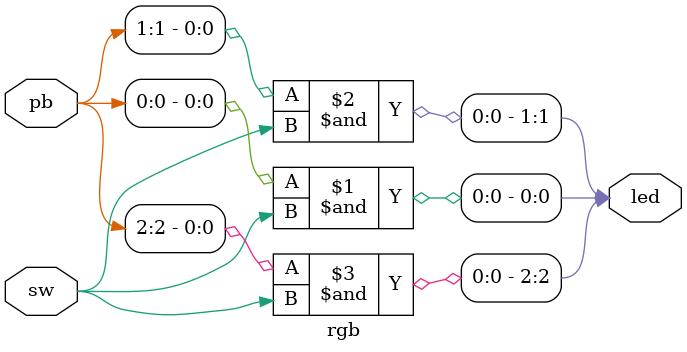
<source format=v>
`timescale 1ns / 1ps


module rgb(
    
    input [2:0]pb,
    input sw,
    output [2:0]led
    
    );
    
assign led[0] = pb[0]&sw;
assign led[1] = pb[1]&sw;
assign led[2] = pb[2]&sw;
    
endmodule

</source>
